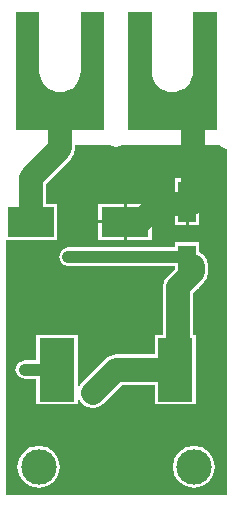
<source format=gbl>
G04 Layer_Physical_Order=2*
G04 Layer_Color=16711680*
%FSLAX44Y44*%
%MOMM*%
G71*
G01*
G75*
%ADD14C,2.0000*%
%ADD15C,1.0000*%
%ADD16C,3.0000*%
%ADD17C,1.2000*%
%ADD18C,1.0000*%
%ADD19C,0.8000*%
%ADD20R,4.0000X2.5000*%
%ADD21R,1.6000X3.5000*%
%ADD22R,3.0000X5.4000*%
G36*
X91242Y-5109D02*
X93668Y-5592D01*
Y-298668D01*
X-93668D01*
Y-82540D01*
X-49960D01*
Y-52460D01*
X-59714D01*
Y-35296D01*
X-38459Y-14041D01*
X-35688Y-9893D01*
X-34714Y-5000D01*
Y-2500D01*
X-5664D01*
X-5283Y-2754D01*
X0Y-3805D01*
X5283Y-2754D01*
X5664Y-2500D01*
X87336D01*
X91242Y-5109D01*
D02*
G37*
G36*
X-10000Y10000D02*
X-85000D01*
Y110000D01*
X-65000D01*
Y60000D01*
Y59140D01*
X-64747Y56569D01*
X-63746Y53271D01*
X-62121Y50230D01*
X-59934Y47566D01*
X-57270Y45379D01*
X-54229Y43754D01*
X-50931Y42753D01*
X-47500Y42415D01*
X-44069Y42753D01*
X-40771Y43754D01*
X-37731Y45379D01*
X-35066Y47566D01*
X-32879Y50230D01*
X-31254Y53271D01*
X-30253Y56569D01*
X-30000Y59140D01*
Y60000D01*
Y110000D01*
X-10000D01*
Y10000D01*
D02*
G37*
G36*
X85000D02*
X10000D01*
Y110000D01*
X30000D01*
Y60000D01*
Y59140D01*
X30253Y56569D01*
X31254Y53271D01*
X32879Y50230D01*
X35066Y47566D01*
X37731Y45379D01*
X40771Y43754D01*
X44069Y42753D01*
X47500Y42415D01*
X50931Y42753D01*
X54229Y43754D01*
X57270Y45379D01*
X59934Y47566D01*
X62121Y50230D01*
X63746Y53271D01*
X64747Y56569D01*
X65000Y59140D01*
Y60000D01*
Y110000D01*
X85000D01*
Y10000D01*
D02*
G37*
%LPC*%
G36*
X6230Y-68770D02*
X-15040D01*
Y-82540D01*
X6230D01*
Y-68770D01*
D02*
G37*
G36*
X30040D02*
X8770D01*
Y-82540D01*
X30040D01*
Y-68770D01*
D02*
G37*
G36*
X70540Y-84460D02*
X49460D01*
Y-88889D01*
X-40450D01*
X-46221Y-91279D01*
X-48611Y-97050D01*
X-46221Y-102821D01*
X-40450Y-105211D01*
X49460D01*
Y-107458D01*
X43459Y-113459D01*
X40688Y-117607D01*
X39714Y-122500D01*
Y-162960D01*
X32460D01*
Y-179714D01*
X0D01*
X-4893Y-180688D01*
X-6967Y-182073D01*
X-9041Y-183459D01*
X-29041Y-203459D01*
X-31812Y-207607D01*
X-32460Y-210863D01*
Y-162960D01*
X-67540D01*
Y-184339D01*
X-77500D01*
X-83271Y-186729D01*
X-85661Y-192500D01*
X-83271Y-198271D01*
X-77500Y-200661D01*
X-67540D01*
Y-222040D01*
X-32460D01*
Y-214137D01*
X-31812Y-217393D01*
X-29041Y-221541D01*
X-24893Y-224312D01*
X-20000Y-225286D01*
X-15107Y-224312D01*
X-10959Y-221541D01*
X5296Y-205286D01*
X32460D01*
Y-222040D01*
X67540D01*
Y-162960D01*
X65286D01*
Y-127796D01*
X68542Y-124540D01*
X70540D01*
Y-122542D01*
X74041Y-119041D01*
X75427Y-116967D01*
X76812Y-114893D01*
X77786Y-110000D01*
Y-104500D01*
X76812Y-99607D01*
X74041Y-95459D01*
X70540Y-93120D01*
Y-84460D01*
D02*
G37*
G36*
X-65700Y-257116D02*
X-72544Y-258478D01*
X-78346Y-262354D01*
X-82222Y-268156D01*
X-83584Y-275000D01*
X-82222Y-281844D01*
X-78346Y-287646D01*
X-72544Y-291522D01*
X-65700Y-292884D01*
X-58856Y-291522D01*
X-53054Y-287646D01*
X-49178Y-281844D01*
X-47816Y-275000D01*
X-49178Y-268156D01*
X-53054Y-262354D01*
X-58856Y-258478D01*
X-65700Y-257116D01*
D02*
G37*
G36*
X65700D02*
X58856Y-258478D01*
X53054Y-262354D01*
X49178Y-268156D01*
X47816Y-275000D01*
X49178Y-281844D01*
X53054Y-287646D01*
X58856Y-291522D01*
X65700Y-292884D01*
X72544Y-291522D01*
X78346Y-287646D01*
X82222Y-281844D01*
X83584Y-275000D01*
X82222Y-268156D01*
X78346Y-262354D01*
X72544Y-258478D01*
X65700Y-257116D01*
D02*
G37*
G36*
X58730Y-51770D02*
X49460D01*
Y-70540D01*
X58730D01*
Y-51770D01*
D02*
G37*
G36*
Y-30460D02*
X49460D01*
Y-49230D01*
X58730D01*
Y-30460D01*
D02*
G37*
G36*
X70540D02*
X61270D01*
Y-49230D01*
X70540D01*
Y-30460D01*
D02*
G37*
G36*
X30040Y-52460D02*
X8770D01*
Y-66230D01*
X30040D01*
Y-52460D01*
D02*
G37*
G36*
X70540Y-51770D02*
X61270D01*
Y-70540D01*
X70540D01*
Y-51770D01*
D02*
G37*
G36*
X6230Y-52460D02*
X-15040D01*
Y-66230D01*
X6230D01*
Y-52460D01*
D02*
G37*
%LPD*%
D14*
X50000Y-192500D02*
X52500Y-190000D01*
Y-122500D01*
X65000Y-110000D01*
Y-104500D01*
Y-50500D02*
Y15000D01*
X63000Y-52500D02*
X65000Y-50500D01*
X35000Y-52500D02*
X63000D01*
X20000Y-67500D02*
X35000Y-52500D01*
X7500Y-67500D02*
X20000D01*
X-72500D02*
Y-30000D01*
X-47500Y-5000D01*
Y20000D01*
X-20000Y-212500D02*
X0Y-192500D01*
X50000D01*
D15*
X-77500D02*
X-50000D01*
X57550Y-97050D02*
X65000Y-104500D01*
X-40450Y-97050D02*
X57550D01*
D16*
X-65700Y-275000D02*
D03*
X65700D02*
D03*
D17*
X-17500Y-210000D02*
D03*
D18*
X-77500Y-192500D02*
D03*
X-40450Y-97050D02*
D03*
D19*
X20000Y100000D02*
D03*
Y82500D02*
D03*
Y65000D02*
D03*
Y47500D02*
D03*
Y30000D02*
D03*
X47500D02*
D03*
X75000D02*
D03*
Y47500D02*
D03*
Y65000D02*
D03*
Y82500D02*
D03*
Y100000D02*
D03*
X-20000D02*
D03*
Y82500D02*
D03*
Y65000D02*
D03*
Y47500D02*
D03*
Y30000D02*
D03*
X-47500D02*
D03*
X-75000D02*
D03*
Y47500D02*
D03*
Y65000D02*
D03*
Y82500D02*
D03*
Y100000D02*
D03*
D20*
X-72500Y-67500D02*
D03*
X7500D02*
D03*
D21*
X60000Y-50500D02*
D03*
Y-104500D02*
D03*
D22*
X-50000Y-192500D02*
D03*
X50000D02*
D03*
M02*

</source>
